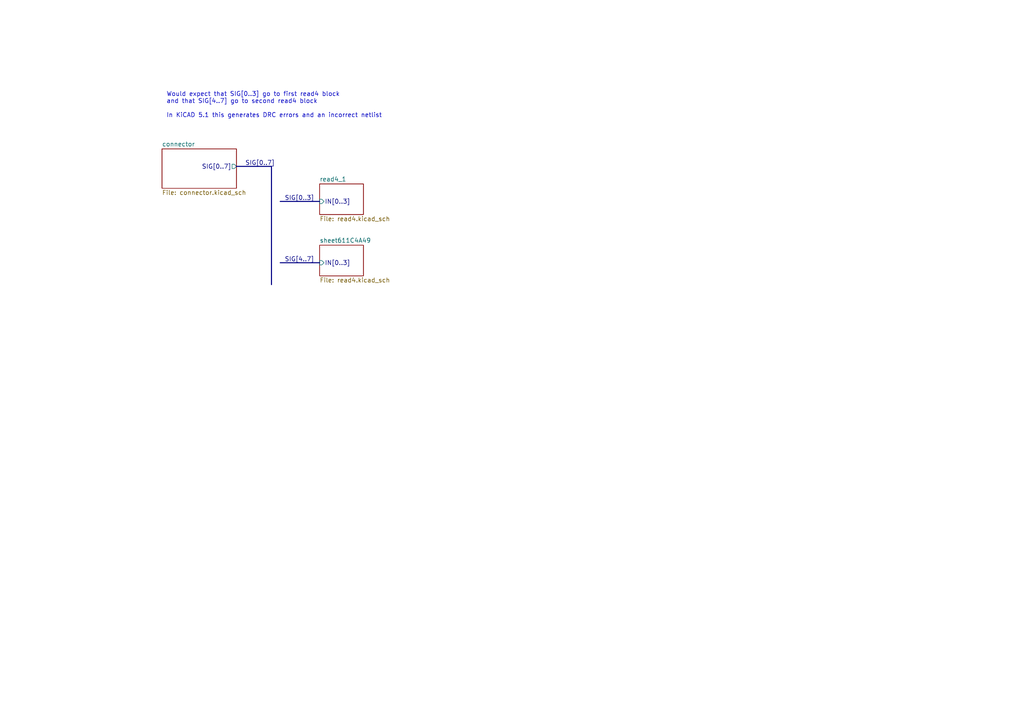
<source format=kicad_sch>
(kicad_sch (version 20210621) (generator eeschema)
  (paper "A4")
  (lib_symbols)
  (bus (pts (xy 68.58 48.26) (xy 78.74 48.26)))
  (bus (pts (xy 78.74 48.26) (xy 78.74 82.55)))
  (bus (pts (xy 81.28 58.42) (xy 92.71 58.42)))
  (bus (pts (xy 81.28 76.2) (xy 92.71 76.2)))
  (text "Would expect that SIG[0..3] go to first read4 block\nand that SIG[4..7] go to second read4 block\n\nIn KiCAD 5.1 this generates DRC errors and an incorrect netlist" (at 48.26 34.29 0) (effects (font (size 1.27 1.27)) (justify left bottom)))
  (label "SIG[0..7]" (at 71.12 48.26 0))
  (label "SIG[0..3]" (at 82.55 58.42 0))
  (label "SIG[4..7]" (at 82.55 76.2 0))
  (sheet (at 46.99 43.18) (size 21.59 11.43)
    (property "Sheet name" "connector" (at 46.99 42.5445 0) (effects (justify left bottom)))
    (property "Sheet file" "connector.kicad_sch" (at 46.99 55.1185 0) (effects (justify left top)))
    (pin "SIG[0..7]" output (at 68.58 48.26 0))
  )
  (sheet (at 92.71 53.34) (size 12.7 8.89)
    (property "Sheet name" "read4_1" (at 92.71 52.7045 0) (effects (justify left bottom)))
    (property "Sheet file" "read4.kicad_sch" (at 92.71 62.7385 0) (effects (justify left top)))
    (pin "IN[0..3]" input (at 92.71 58.42 180))
  )
  (sheet (at 92.71 71.12) (size 12.7 8.89)
    (property "Sheet name" "sheet611C4A49" (at 92.71 70.4845 0) (effects (justify left bottom)))
    (property "Sheet file" "read4.kicad_sch" (at 92.71 80.5185 0) (effects (justify left top)))
    (pin "IN[0..3]" input (at 92.71 76.2 180))
  )
)
</source>
